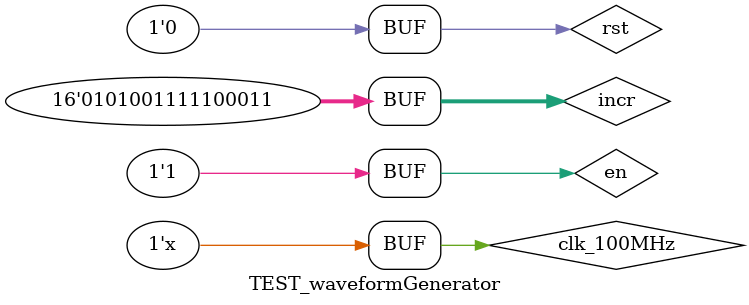
<source format=v>
`timescale 1ns / 1ps


module TEST_waveformGenerator(

    );
    
    reg clk_100MHz, rst, en; //describing input as regs because 
    //reg [15:0] increment; //we descirbe time varying behaviour with
    wire [7:0] waveformOut; //always and initial blocks
    wire waveformEnabled;
    reg [15:0] incr;
    waveformGenerator_TOP UUT (
        .clk(clk_100MHz),
        .reset(rst),
        .enable(en),
        .increment(incr),
        .waveform(waveformOut),
        .waveformEnabled(waveformEnabled)
    );
    
    always begin
        #5
        clk_100MHz = ~clk_100MHz;
    end
    
    initial begin
        clk_100MHz = 1;
        incr = 16'd21_475;
        rst = 1;
        en = 0;
        
        #123.45
        rst = 0;
        
        #321.9
        en = 1;
    end
endmodule

</source>
